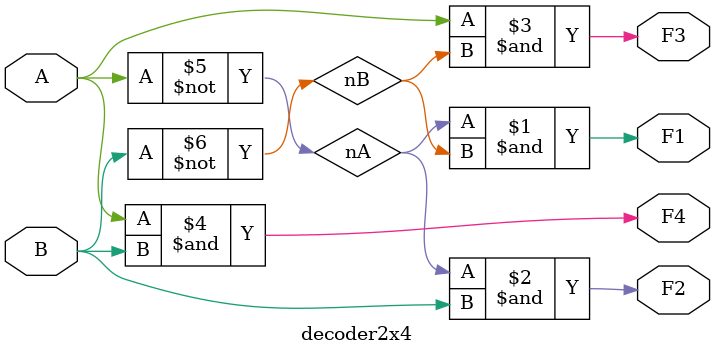
<source format=v>
module decoder2x4(A,B,F1,F2,F3,F4);
input A,B;
output F1,F2,F3,F4;
wire nA, nB;
not n1(nA,A);
not n2(nB,B);
and a1(F1,nA,nB);
and a2(F2,nA,B);
and a3(F3,A,nB);
and a4(F4,A,B);
endmodule

</source>
